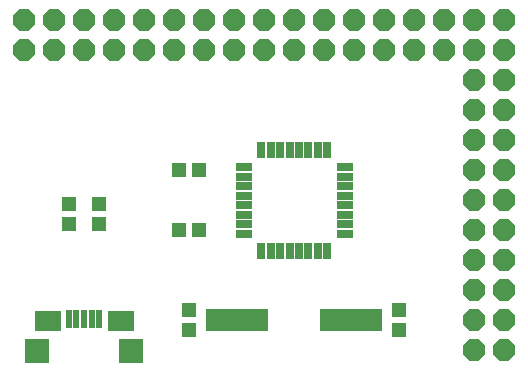
<source format=gts>
G75*
G70*
%OFA0B0*%
%FSLAX24Y24*%
%IPPOS*%
%LPD*%
%AMOC8*
5,1,8,0,0,1.08239X$1,22.5*
%
%ADD10R,0.0290X0.0580*%
%ADD11R,0.0580X0.0290*%
%ADD12R,0.0474X0.0513*%
%ADD13R,0.0513X0.0474*%
%ADD14R,0.2080X0.0780*%
%ADD15OC8,0.0720*%
%ADD16R,0.0218X0.0631*%
%ADD17R,0.0789X0.0828*%
%ADD18R,0.0907X0.0710*%
D10*
X008549Y004878D03*
X008864Y004878D03*
X009179Y004878D03*
X009494Y004878D03*
X009809Y004878D03*
X010124Y004878D03*
X010439Y004878D03*
X010754Y004878D03*
X010754Y008258D03*
X010439Y008258D03*
X010124Y008258D03*
X009809Y008258D03*
X009494Y008258D03*
X009179Y008258D03*
X008864Y008258D03*
X008549Y008258D03*
D11*
X007961Y007671D03*
X007961Y007356D03*
X007961Y007041D03*
X007961Y006726D03*
X007961Y006411D03*
X007961Y006096D03*
X007961Y005781D03*
X007961Y005466D03*
X011341Y005466D03*
X011341Y005781D03*
X011341Y006096D03*
X011341Y006411D03*
X011341Y006726D03*
X011341Y007041D03*
X011341Y007356D03*
X011341Y007671D03*
D12*
X013151Y002903D03*
X013151Y002234D03*
X006151Y002234D03*
X006151Y002903D03*
D13*
X005817Y005568D03*
X006486Y005568D03*
X006486Y007568D03*
X005817Y007568D03*
X003151Y006453D03*
X003151Y005784D03*
X002151Y005784D03*
X002151Y006453D03*
D14*
X007751Y002568D03*
X011551Y002568D03*
D15*
X015651Y002568D03*
X016651Y002568D03*
X016651Y001568D03*
X015651Y001568D03*
X015651Y003568D03*
X016651Y003568D03*
X016651Y004568D03*
X015651Y004568D03*
X015651Y005568D03*
X016651Y005568D03*
X016651Y006568D03*
X015651Y006568D03*
X015651Y007568D03*
X016651Y007568D03*
X016651Y008568D03*
X015651Y008568D03*
X015651Y009568D03*
X016651Y009568D03*
X016651Y010568D03*
X015651Y010568D03*
X015651Y011568D03*
X016651Y011568D03*
X016651Y012568D03*
X015651Y012568D03*
X014651Y012568D03*
X013651Y012568D03*
X012651Y012568D03*
X011651Y012568D03*
X010651Y012568D03*
X009651Y012568D03*
X008651Y012568D03*
X007651Y012568D03*
X006651Y012568D03*
X005651Y012568D03*
X004651Y012568D03*
X003651Y012568D03*
X002651Y012568D03*
X001651Y012568D03*
X000651Y012568D03*
X000651Y011568D03*
X001651Y011568D03*
X002651Y011568D03*
X003651Y011568D03*
X004651Y011568D03*
X005651Y011568D03*
X006651Y011568D03*
X007651Y011568D03*
X008651Y011568D03*
X009651Y011568D03*
X010651Y011568D03*
X011651Y011568D03*
X012651Y011568D03*
X013651Y011568D03*
X014651Y011568D03*
D16*
X003157Y002604D03*
X002901Y002604D03*
X002645Y002604D03*
X002389Y002604D03*
X002133Y002604D03*
D17*
X001070Y001560D03*
X004220Y001560D03*
D18*
X003866Y002564D03*
X001425Y002564D03*
M02*

</source>
